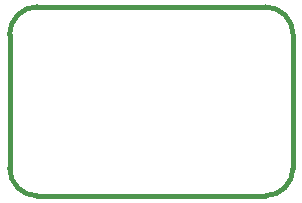
<source format=gbr>
%TF.GenerationSoftware,KiCad,Pcbnew,8.0.2*%
%TF.CreationDate,2025-12-10T20:50:01-08:00*%
%TF.ProjectId,Numpad_Daughterboard,4e756d70-6164-45f4-9461-756768746572,rev?*%
%TF.SameCoordinates,Original*%
%TF.FileFunction,Profile,NP*%
%FSLAX46Y46*%
G04 Gerber Fmt 4.6, Leading zero omitted, Abs format (unit mm)*
G04 Created by KiCad (PCBNEW 8.0.2) date 2025-12-10 20:50:01*
%MOMM*%
%LPD*%
G01*
G04 APERTURE LIST*
%TA.AperFunction,Profile*%
%ADD10C,0.400000*%
%TD*%
G04 APERTURE END LIST*
D10*
X21649859Y0D02*
G75*
G02*
X24000000Y-2357007I1J-2350150D01*
G01*
X21649959Y-15999993D02*
X21649959Y-16000000D01*
X24000000Y-2357007D02*
X24000000Y-13649952D01*
X2355694Y0D02*
X21649859Y0D01*
X24000000Y-13649952D02*
G75*
G02*
X21649959Y-15999990I-2350040J2D01*
G01*
X2350059Y-16000000D02*
X21649959Y-16000000D01*
X0Y-2349952D02*
G75*
G02*
X2355694Y0I2349960J-1D01*
G01*
X0Y-2349952D02*
X0Y-13670404D01*
X2350059Y-16000000D02*
G75*
G02*
X0Y-13670404I1J2350150D01*
G01*
M02*

</source>
